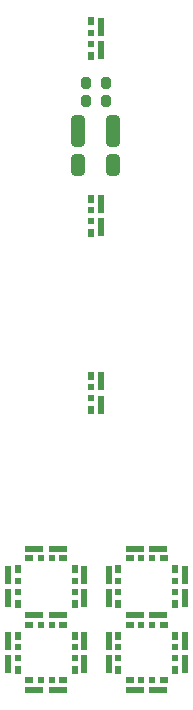
<source format=gbr>
%TF.GenerationSoftware,KiCad,Pcbnew,6.0.2*%
%TF.CreationDate,2022-05-05T15:52:23+02:00*%
%TF.ProjectId,espriktning-rear.sch,65737072-696b-4746-9e69-6e672d726561,rev?*%
%TF.SameCoordinates,Original*%
%TF.FileFunction,Paste,Bot*%
%TF.FilePolarity,Positive*%
%FSLAX46Y46*%
G04 Gerber Fmt 4.6, Leading zero omitted, Abs format (unit mm)*
G04 Created by KiCad (PCBNEW 6.0.2) date 2022-05-05 15:52:23*
%MOMM*%
%LPD*%
G01*
G04 APERTURE LIST*
G04 Aperture macros list*
%AMRoundRect*
0 Rectangle with rounded corners*
0 $1 Rounding radius*
0 $2 $3 $4 $5 $6 $7 $8 $9 X,Y pos of 4 corners*
0 Add a 4 corners polygon primitive as box body*
4,1,4,$2,$3,$4,$5,$6,$7,$8,$9,$2,$3,0*
0 Add four circle primitives for the rounded corners*
1,1,$1+$1,$2,$3*
1,1,$1+$1,$4,$5*
1,1,$1+$1,$6,$7*
1,1,$1+$1,$8,$9*
0 Add four rect primitives between the rounded corners*
20,1,$1+$1,$2,$3,$4,$5,0*
20,1,$1+$1,$4,$5,$6,$7,0*
20,1,$1+$1,$6,$7,$8,$9,0*
20,1,$1+$1,$8,$9,$2,$3,0*%
G04 Aperture macros list end*
%ADD10R,0.600000X0.500000*%
%ADD11R,0.600000X1.620000*%
%ADD12R,0.600000X0.700000*%
%ADD13R,1.620000X0.600000*%
%ADD14R,0.500000X0.600000*%
%ADD15R,0.700000X0.600000*%
%ADD16RoundRect,0.200000X0.200000X0.275000X-0.200000X0.275000X-0.200000X-0.275000X0.200000X-0.275000X0*%
%ADD17RoundRect,0.250000X-0.312500X-1.075000X0.312500X-1.075000X0.312500X1.075000X-0.312500X1.075000X0*%
%ADD18RoundRect,0.250000X0.325000X0.650000X-0.325000X0.650000X-0.325000X-0.650000X0.325000X-0.650000X0*%
%ADD19RoundRect,0.200000X-0.200000X-0.275000X0.200000X-0.275000X0.200000X0.275000X-0.200000X0.275000X0*%
G04 APERTURE END LIST*
D10*
%TO.C,D2*%
X39575000Y-41450000D03*
D11*
X40375000Y-42000000D03*
D12*
X39575000Y-39550000D03*
D11*
X40375000Y-40000000D03*
D10*
X39575000Y-40550000D03*
D12*
X39575000Y-42450000D03*
%TD*%
D10*
%TO.C,D3*%
X39575000Y-56450000D03*
D11*
X40375000Y-57000000D03*
D12*
X39575000Y-54550000D03*
D10*
X39575000Y-55550000D03*
D11*
X40375000Y-55000000D03*
D12*
X39575000Y-57450000D03*
%TD*%
D10*
%TO.C,D4*%
X39575000Y-71450000D03*
D11*
X40375000Y-72000000D03*
D12*
X39575000Y-69550000D03*
D11*
X40375000Y-70000000D03*
D10*
X39575000Y-70550000D03*
D12*
X39575000Y-72450000D03*
%TD*%
D13*
%TO.C,D5*%
X45250000Y-84225000D03*
D14*
X44700000Y-85025000D03*
D15*
X42800000Y-85025000D03*
D14*
X43800000Y-85025000D03*
D13*
X43250000Y-84225000D03*
D15*
X45700000Y-85025000D03*
%TD*%
D11*
%TO.C,D6*%
X47475000Y-88400000D03*
D10*
X46675000Y-87850000D03*
D12*
X46675000Y-85950000D03*
D10*
X46675000Y-86950000D03*
D11*
X47475000Y-86400000D03*
D12*
X46675000Y-88850000D03*
%TD*%
D11*
%TO.C,D7*%
X41025000Y-86400000D03*
D10*
X41825000Y-86950000D03*
D12*
X41825000Y-88850000D03*
D11*
X41025000Y-88400000D03*
D10*
X41825000Y-87850000D03*
D12*
X41825000Y-85950000D03*
%TD*%
D13*
%TO.C,D8*%
X45250000Y-89825000D03*
D14*
X44700000Y-90625000D03*
D15*
X42800000Y-90625000D03*
D14*
X43800000Y-90625000D03*
D13*
X43250000Y-89825000D03*
D15*
X45700000Y-90625000D03*
%TD*%
D10*
%TO.C,D9*%
X46675000Y-93450000D03*
D11*
X47475000Y-94000000D03*
D12*
X46675000Y-91550000D03*
D11*
X47475000Y-92000000D03*
D10*
X46675000Y-92550000D03*
D12*
X46675000Y-94450000D03*
%TD*%
D10*
%TO.C,D10*%
X41825000Y-92550000D03*
D11*
X41025000Y-92000000D03*
D12*
X41825000Y-94450000D03*
D10*
X41825000Y-93450000D03*
D11*
X41025000Y-94000000D03*
D12*
X41825000Y-91550000D03*
%TD*%
D14*
%TO.C,D11*%
X43800000Y-95325000D03*
D13*
X43250000Y-96125000D03*
D15*
X45700000Y-95325000D03*
D13*
X45250000Y-96125000D03*
D14*
X44700000Y-95325000D03*
D15*
X42800000Y-95325000D03*
%TD*%
D14*
%TO.C,D12*%
X36200000Y-85025000D03*
D13*
X36750000Y-84225000D03*
D15*
X34300000Y-85025000D03*
D14*
X35300000Y-85025000D03*
D13*
X34750000Y-84225000D03*
D15*
X37200000Y-85025000D03*
%TD*%
D10*
%TO.C,D13*%
X38175000Y-87850000D03*
D11*
X38975000Y-88400000D03*
D12*
X38175000Y-85950000D03*
D10*
X38175000Y-86950000D03*
D11*
X38975000Y-86400000D03*
D12*
X38175000Y-88850000D03*
%TD*%
D11*
%TO.C,D14*%
X32525000Y-86400000D03*
D10*
X33325000Y-86950000D03*
D12*
X33325000Y-88850000D03*
D11*
X32525000Y-88400000D03*
D10*
X33325000Y-87850000D03*
D12*
X33325000Y-85950000D03*
%TD*%
D13*
%TO.C,D15*%
X36750000Y-89825000D03*
D14*
X36200000Y-90625000D03*
D15*
X34300000Y-90625000D03*
D14*
X35300000Y-90625000D03*
D13*
X34750000Y-89825000D03*
D15*
X37200000Y-90625000D03*
%TD*%
D10*
%TO.C,D16*%
X38175000Y-93450000D03*
D11*
X38975000Y-94000000D03*
D12*
X38175000Y-91550000D03*
D10*
X38175000Y-92550000D03*
D11*
X38975000Y-92000000D03*
D12*
X38175000Y-94450000D03*
%TD*%
D11*
%TO.C,D17*%
X32525000Y-92000000D03*
D10*
X33325000Y-92550000D03*
D12*
X33325000Y-94450000D03*
D11*
X32525000Y-94000000D03*
D10*
X33325000Y-93450000D03*
D12*
X33325000Y-91550000D03*
%TD*%
D14*
%TO.C,D18*%
X35300000Y-95325000D03*
D13*
X34750000Y-96125000D03*
D15*
X37200000Y-95325000D03*
D13*
X36750000Y-96125000D03*
D14*
X36200000Y-95325000D03*
D15*
X34300000Y-95325000D03*
%TD*%
D16*
%TO.C,R7*%
X40775000Y-46300000D03*
X39125000Y-46300000D03*
%TD*%
D17*
%TO.C,R1*%
X38437500Y-48800000D03*
X41362500Y-48800000D03*
%TD*%
D18*
%TO.C,C10*%
X41375000Y-51700000D03*
X38425000Y-51700000D03*
%TD*%
D19*
%TO.C,R2*%
X39125000Y-44750000D03*
X40775000Y-44750000D03*
%TD*%
M02*

</source>
